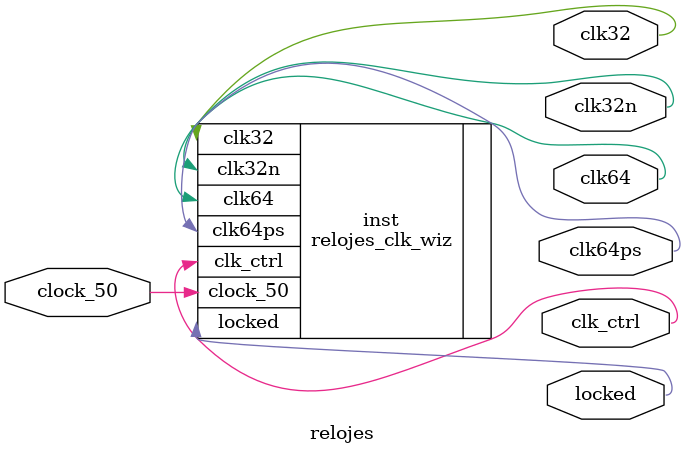
<source format=v>


`timescale 1ps/1ps

(* CORE_GENERATION_INFO = "relojes,clk_wiz_v6_0_2_0_0,{component_name=relojes,use_phase_alignment=true,use_min_o_jitter=false,use_max_i_jitter=false,use_dyn_phase_shift=false,use_inclk_switchover=false,use_dyn_reconfig=false,enable_axi=0,feedback_source=FDBK_AUTO,PRIMITIVE=MMCM,num_out_clk=5,clkin1_period=20.000,clkin2_period=10.0,use_power_down=false,use_reset=false,use_locked=true,use_inclk_stopped=false,feedback_type=SINGLE,CLOCK_MGR_TYPE=NA,manual_override=false}" *)

module relojes 
 (
  // Clock out ports
  output        clk32,
  output        clk32n,
  output        clk64,
  output        clk64ps,
  output        clk_ctrl,
  // Status and control signals
  output        locked,
 // Clock in ports
  input         clock_50
 );

  relojes_clk_wiz inst
  (
  // Clock out ports  
  .clk32(clk32),
  .clk32n(clk32n),
  .clk64(clk64),
  .clk64ps(clk64ps),
  .clk_ctrl(clk_ctrl),
  // Status and control signals               
  .locked(locked),
 // Clock in ports
  .clock_50(clock_50)
  );

endmodule

</source>
